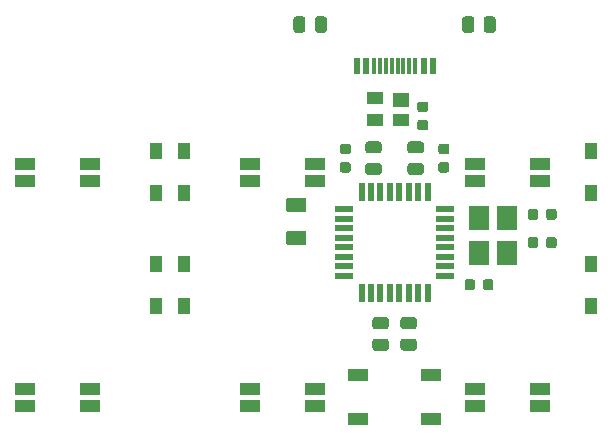
<source format=gbr>
%TF.GenerationSoftware,KiCad,Pcbnew,(5.1.7)-1*%
%TF.CreationDate,2020-10-17T05:15:24-04:00*%
%TF.ProjectId,OreoOrtho,4f72656f-4f72-4746-986f-2e6b69636164,rev?*%
%TF.SameCoordinates,Original*%
%TF.FileFunction,Paste,Bot*%
%TF.FilePolarity,Positive*%
%FSLAX46Y46*%
G04 Gerber Fmt 4.6, Leading zero omitted, Abs format (unit mm)*
G04 Created by KiCad (PCBNEW (5.1.7)-1) date 2020-10-17 05:15:24*
%MOMM*%
%LPD*%
G01*
G04 APERTURE LIST*
%ADD10R,0.600000X1.450000*%
%ADD11R,0.300000X1.450000*%
%ADD12R,1.700000X1.000000*%
%ADD13R,1.000000X1.400000*%
%ADD14R,1.800000X2.100000*%
%ADD15R,0.550000X1.600000*%
%ADD16R,1.600000X0.550000*%
%ADD17R,1.800000X1.100000*%
%ADD18R,1.400000X1.000000*%
%ADD19R,1.400000X1.200000*%
G04 APERTURE END LIST*
D10*
%TO.C,USB1*%
X146100000Y-52938800D03*
X139650000Y-52938800D03*
X145325000Y-52938800D03*
X140425000Y-52938800D03*
D11*
X141125000Y-52938800D03*
X144625000Y-52938800D03*
X141625000Y-52938800D03*
X144125000Y-52938800D03*
X142125000Y-52938800D03*
X143625000Y-52938800D03*
X143125000Y-52938800D03*
X142625000Y-52938800D03*
%TD*%
D12*
%TO.C,LED2*%
X130600000Y-62612500D03*
X130600000Y-61212500D03*
X136100000Y-62612500D03*
X136100000Y-61212500D03*
%TD*%
D13*
%TO.C,D1*%
X122634000Y-60137400D03*
X122634000Y-63687400D03*
%TD*%
%TO.C,D6*%
X159544000Y-69662500D03*
X159544000Y-73212500D03*
%TD*%
%TO.C,D5*%
X125016000Y-69662400D03*
X125016000Y-73212400D03*
%TD*%
%TO.C,D4*%
X122634000Y-69662500D03*
X122634000Y-73212500D03*
%TD*%
%TO.C,D3*%
X159544000Y-60137500D03*
X159544000Y-63687500D03*
%TD*%
%TO.C,D2*%
X125016000Y-60137400D03*
X125016000Y-63687400D03*
%TD*%
D14*
%TO.C,Y1*%
X150059000Y-65820300D03*
X150059000Y-68720300D03*
X152359000Y-68720300D03*
X152359000Y-65820300D03*
%TD*%
D15*
%TO.C,U1*%
X145675000Y-63615600D03*
X144875000Y-63615600D03*
X144075000Y-63615600D03*
X143275000Y-63615600D03*
X142475000Y-63615600D03*
X141675000Y-63615600D03*
X140875000Y-63615600D03*
X140075000Y-63615600D03*
D16*
X138625000Y-65065600D03*
X138625000Y-65865600D03*
X138625000Y-66665600D03*
X138625000Y-67465600D03*
X138625000Y-68265600D03*
X138625000Y-69065600D03*
X138625000Y-69865600D03*
X138625000Y-70665600D03*
D15*
X140075000Y-72115600D03*
X140875000Y-72115600D03*
X141675000Y-72115600D03*
X142475000Y-72115600D03*
X143275000Y-72115600D03*
X144075000Y-72115600D03*
X144875000Y-72115600D03*
X145675000Y-72115600D03*
D16*
X147125000Y-70665600D03*
X147125000Y-69865600D03*
X147125000Y-69065600D03*
X147125000Y-68265600D03*
X147125000Y-67465600D03*
X147125000Y-66665600D03*
X147125000Y-65865600D03*
X147125000Y-65065600D03*
%TD*%
D17*
%TO.C,RST_SW1*%
X145975000Y-82812400D03*
X139775000Y-79112400D03*
X145975000Y-79112400D03*
X139775000Y-82812400D03*
%TD*%
%TO.C,R6*%
G36*
G01*
X150419000Y-49860901D02*
X150419000Y-48960899D01*
G75*
G02*
X150668999Y-48710900I249999J0D01*
G01*
X151194001Y-48710900D01*
G75*
G02*
X151444000Y-48960899I0J-249999D01*
G01*
X151444000Y-49860901D01*
G75*
G02*
X151194001Y-50110900I-249999J0D01*
G01*
X150668999Y-50110900D01*
G75*
G02*
X150419000Y-49860901I0J249999D01*
G01*
G37*
G36*
G01*
X148594000Y-49860901D02*
X148594000Y-48960899D01*
G75*
G02*
X148843999Y-48710900I249999J0D01*
G01*
X149369001Y-48710900D01*
G75*
G02*
X149619000Y-48960899I0J-249999D01*
G01*
X149619000Y-49860901D01*
G75*
G02*
X149369001Y-50110900I-249999J0D01*
G01*
X148843999Y-50110900D01*
G75*
G02*
X148594000Y-49860901I0J249999D01*
G01*
G37*
%TD*%
%TO.C,R5*%
G36*
G01*
X145111001Y-60321900D02*
X144210999Y-60321900D01*
G75*
G02*
X143961000Y-60071901I0J249999D01*
G01*
X143961000Y-59546899D01*
G75*
G02*
X144210999Y-59296900I249999J0D01*
G01*
X145111001Y-59296900D01*
G75*
G02*
X145361000Y-59546899I0J-249999D01*
G01*
X145361000Y-60071901D01*
G75*
G02*
X145111001Y-60321900I-249999J0D01*
G01*
G37*
G36*
G01*
X145111001Y-62146900D02*
X144210999Y-62146900D01*
G75*
G02*
X143961000Y-61896901I0J249999D01*
G01*
X143961000Y-61371899D01*
G75*
G02*
X144210999Y-61121900I249999J0D01*
G01*
X145111001Y-61121900D01*
G75*
G02*
X145361000Y-61371899I0J-249999D01*
G01*
X145361000Y-61896901D01*
G75*
G02*
X145111001Y-62146900I-249999J0D01*
G01*
G37*
%TD*%
%TO.C,R4*%
G36*
G01*
X140638999Y-61121900D02*
X141539001Y-61121900D01*
G75*
G02*
X141789000Y-61371899I0J-249999D01*
G01*
X141789000Y-61896901D01*
G75*
G02*
X141539001Y-62146900I-249999J0D01*
G01*
X140638999Y-62146900D01*
G75*
G02*
X140389000Y-61896901I0J249999D01*
G01*
X140389000Y-61371899D01*
G75*
G02*
X140638999Y-61121900I249999J0D01*
G01*
G37*
G36*
G01*
X140638999Y-59296900D02*
X141539001Y-59296900D01*
G75*
G02*
X141789000Y-59546899I0J-249999D01*
G01*
X141789000Y-60071901D01*
G75*
G02*
X141539001Y-60321900I-249999J0D01*
G01*
X140638999Y-60321900D01*
G75*
G02*
X140389000Y-60071901I0J249999D01*
G01*
X140389000Y-59546899D01*
G75*
G02*
X140638999Y-59296900I249999J0D01*
G01*
G37*
%TD*%
%TO.C,R3*%
G36*
G01*
X135331000Y-48960899D02*
X135331000Y-49860901D01*
G75*
G02*
X135081001Y-50110900I-249999J0D01*
G01*
X134555999Y-50110900D01*
G75*
G02*
X134306000Y-49860901I0J249999D01*
G01*
X134306000Y-48960899D01*
G75*
G02*
X134555999Y-48710900I249999J0D01*
G01*
X135081001Y-48710900D01*
G75*
G02*
X135331000Y-48960899I0J-249999D01*
G01*
G37*
G36*
G01*
X137156000Y-48960899D02*
X137156000Y-49860901D01*
G75*
G02*
X136906001Y-50110900I-249999J0D01*
G01*
X136380999Y-50110900D01*
G75*
G02*
X136131000Y-49860901I0J249999D01*
G01*
X136131000Y-48960899D01*
G75*
G02*
X136380999Y-48710900I249999J0D01*
G01*
X136906001Y-48710900D01*
G75*
G02*
X137156000Y-48960899I0J-249999D01*
G01*
G37*
%TD*%
%TO.C,R2*%
G36*
G01*
X141233999Y-76004600D02*
X142134001Y-76004600D01*
G75*
G02*
X142384000Y-76254599I0J-249999D01*
G01*
X142384000Y-76779601D01*
G75*
G02*
X142134001Y-77029600I-249999J0D01*
G01*
X141233999Y-77029600D01*
G75*
G02*
X140984000Y-76779601I0J249999D01*
G01*
X140984000Y-76254599D01*
G75*
G02*
X141233999Y-76004600I249999J0D01*
G01*
G37*
G36*
G01*
X141233999Y-74179600D02*
X142134001Y-74179600D01*
G75*
G02*
X142384000Y-74429599I0J-249999D01*
G01*
X142384000Y-74954601D01*
G75*
G02*
X142134001Y-75204600I-249999J0D01*
G01*
X141233999Y-75204600D01*
G75*
G02*
X140984000Y-74954601I0J249999D01*
G01*
X140984000Y-74429599D01*
G75*
G02*
X141233999Y-74179600I249999J0D01*
G01*
G37*
%TD*%
%TO.C,R1*%
G36*
G01*
X144516001Y-75204600D02*
X143615999Y-75204600D01*
G75*
G02*
X143366000Y-74954601I0J249999D01*
G01*
X143366000Y-74429599D01*
G75*
G02*
X143615999Y-74179600I249999J0D01*
G01*
X144516001Y-74179600D01*
G75*
G02*
X144766000Y-74429599I0J-249999D01*
G01*
X144766000Y-74954601D01*
G75*
G02*
X144516001Y-75204600I-249999J0D01*
G01*
G37*
G36*
G01*
X144516001Y-77029600D02*
X143615999Y-77029600D01*
G75*
G02*
X143366000Y-76779601I0J249999D01*
G01*
X143366000Y-76254599D01*
G75*
G02*
X143615999Y-76004600I249999J0D01*
G01*
X144516001Y-76004600D01*
G75*
G02*
X144766000Y-76254599I0J-249999D01*
G01*
X144766000Y-76779601D01*
G75*
G02*
X144516001Y-77029600I-249999J0D01*
G01*
G37*
%TD*%
D12*
%TO.C,LED6*%
X111550000Y-81662500D03*
X111550000Y-80262500D03*
X117050000Y-81662500D03*
X117050000Y-80262500D03*
%TD*%
%TO.C,LED5*%
X130600000Y-81662500D03*
X130600000Y-80262500D03*
X136100000Y-81662500D03*
X136100000Y-80262500D03*
%TD*%
%TO.C,LED4*%
X149650000Y-81662500D03*
X149650000Y-80262500D03*
X155150000Y-81662500D03*
X155150000Y-80262500D03*
%TD*%
%TO.C,LED3*%
X149650000Y-62612500D03*
X149650000Y-61212500D03*
X155150000Y-62612500D03*
X155150000Y-61212500D03*
%TD*%
%TO.C,LED1*%
X111550000Y-62612500D03*
X111550000Y-61212500D03*
X117050000Y-62612500D03*
X117050000Y-61212500D03*
%TD*%
%TO.C,F1*%
G36*
G01*
X135166000Y-65304600D02*
X133916000Y-65304600D01*
G75*
G02*
X133666000Y-65054600I0J250000D01*
G01*
X133666000Y-64304600D01*
G75*
G02*
X133916000Y-64054600I250000J0D01*
G01*
X135166000Y-64054600D01*
G75*
G02*
X135416000Y-64304600I0J-250000D01*
G01*
X135416000Y-65054600D01*
G75*
G02*
X135166000Y-65304600I-250000J0D01*
G01*
G37*
G36*
G01*
X135166000Y-68104600D02*
X133916000Y-68104600D01*
G75*
G02*
X133666000Y-67854600I0J250000D01*
G01*
X133666000Y-67104600D01*
G75*
G02*
X133916000Y-66854600I250000J0D01*
G01*
X135166000Y-66854600D01*
G75*
G02*
X135416000Y-67104600I0J-250000D01*
G01*
X135416000Y-67854600D01*
G75*
G02*
X135166000Y-68104600I-250000J0D01*
G01*
G37*
%TD*%
D18*
%TO.C,U2*%
X141180000Y-55604600D03*
X141180000Y-57504600D03*
X143380000Y-57504600D03*
D19*
X143380000Y-55784600D03*
%TD*%
%TO.C,C6*%
G36*
G01*
X149694000Y-71187400D02*
X149694000Y-71687400D01*
G75*
G02*
X149469000Y-71912400I-225000J0D01*
G01*
X149019000Y-71912400D01*
G75*
G02*
X148794000Y-71687400I0J225000D01*
G01*
X148794000Y-71187400D01*
G75*
G02*
X149019000Y-70962400I225000J0D01*
G01*
X149469000Y-70962400D01*
G75*
G02*
X149694000Y-71187400I0J-225000D01*
G01*
G37*
G36*
G01*
X151244000Y-71187400D02*
X151244000Y-71687400D01*
G75*
G02*
X151019000Y-71912400I-225000J0D01*
G01*
X150569000Y-71912400D01*
G75*
G02*
X150344000Y-71687400I0J225000D01*
G01*
X150344000Y-71187400D01*
G75*
G02*
X150569000Y-70962400I225000J0D01*
G01*
X151019000Y-70962400D01*
G75*
G02*
X151244000Y-71187400I0J-225000D01*
G01*
G37*
%TD*%
%TO.C,C5*%
G36*
G01*
X146792000Y-61046900D02*
X147292000Y-61046900D01*
G75*
G02*
X147517000Y-61271900I0J-225000D01*
G01*
X147517000Y-61721900D01*
G75*
G02*
X147292000Y-61946900I-225000J0D01*
G01*
X146792000Y-61946900D01*
G75*
G02*
X146567000Y-61721900I0J225000D01*
G01*
X146567000Y-61271900D01*
G75*
G02*
X146792000Y-61046900I225000J0D01*
G01*
G37*
G36*
G01*
X146792000Y-59496900D02*
X147292000Y-59496900D01*
G75*
G02*
X147517000Y-59721900I0J-225000D01*
G01*
X147517000Y-60171900D01*
G75*
G02*
X147292000Y-60396900I-225000J0D01*
G01*
X146792000Y-60396900D01*
G75*
G02*
X146567000Y-60171900I0J225000D01*
G01*
X146567000Y-59721900D01*
G75*
G02*
X146792000Y-59496900I225000J0D01*
G01*
G37*
%TD*%
%TO.C,C4*%
G36*
G01*
X145006000Y-57475000D02*
X145506000Y-57475000D01*
G75*
G02*
X145731000Y-57700000I0J-225000D01*
G01*
X145731000Y-58150000D01*
G75*
G02*
X145506000Y-58375000I-225000J0D01*
G01*
X145006000Y-58375000D01*
G75*
G02*
X144781000Y-58150000I0J225000D01*
G01*
X144781000Y-57700000D01*
G75*
G02*
X145006000Y-57475000I225000J0D01*
G01*
G37*
G36*
G01*
X145006000Y-55925000D02*
X145506000Y-55925000D01*
G75*
G02*
X145731000Y-56150000I0J-225000D01*
G01*
X145731000Y-56600000D01*
G75*
G02*
X145506000Y-56825000I-225000J0D01*
G01*
X145006000Y-56825000D01*
G75*
G02*
X144781000Y-56600000I0J225000D01*
G01*
X144781000Y-56150000D01*
G75*
G02*
X145006000Y-55925000I225000J0D01*
G01*
G37*
%TD*%
%TO.C,C3*%
G36*
G01*
X138458000Y-61046900D02*
X138958000Y-61046900D01*
G75*
G02*
X139183000Y-61271900I0J-225000D01*
G01*
X139183000Y-61721900D01*
G75*
G02*
X138958000Y-61946900I-225000J0D01*
G01*
X138458000Y-61946900D01*
G75*
G02*
X138233000Y-61721900I0J225000D01*
G01*
X138233000Y-61271900D01*
G75*
G02*
X138458000Y-61046900I225000J0D01*
G01*
G37*
G36*
G01*
X138458000Y-59496900D02*
X138958000Y-59496900D01*
G75*
G02*
X139183000Y-59721900I0J-225000D01*
G01*
X139183000Y-60171900D01*
G75*
G02*
X138958000Y-60396900I-225000J0D01*
G01*
X138458000Y-60396900D01*
G75*
G02*
X138233000Y-60171900I0J225000D01*
G01*
X138233000Y-59721900D01*
G75*
G02*
X138458000Y-59496900I225000J0D01*
G01*
G37*
%TD*%
%TO.C,C2*%
G36*
G01*
X155051000Y-67615600D02*
X155051000Y-68115600D01*
G75*
G02*
X154826000Y-68340600I-225000J0D01*
G01*
X154376000Y-68340600D01*
G75*
G02*
X154151000Y-68115600I0J225000D01*
G01*
X154151000Y-67615600D01*
G75*
G02*
X154376000Y-67390600I225000J0D01*
G01*
X154826000Y-67390600D01*
G75*
G02*
X155051000Y-67615600I0J-225000D01*
G01*
G37*
G36*
G01*
X156601000Y-67615600D02*
X156601000Y-68115600D01*
G75*
G02*
X156376000Y-68340600I-225000J0D01*
G01*
X155926000Y-68340600D01*
G75*
G02*
X155701000Y-68115600I0J225000D01*
G01*
X155701000Y-67615600D01*
G75*
G02*
X155926000Y-67390600I225000J0D01*
G01*
X156376000Y-67390600D01*
G75*
G02*
X156601000Y-67615600I0J-225000D01*
G01*
G37*
%TD*%
%TO.C,C1*%
G36*
G01*
X155051000Y-65234300D02*
X155051000Y-65734300D01*
G75*
G02*
X154826000Y-65959300I-225000J0D01*
G01*
X154376000Y-65959300D01*
G75*
G02*
X154151000Y-65734300I0J225000D01*
G01*
X154151000Y-65234300D01*
G75*
G02*
X154376000Y-65009300I225000J0D01*
G01*
X154826000Y-65009300D01*
G75*
G02*
X155051000Y-65234300I0J-225000D01*
G01*
G37*
G36*
G01*
X156601000Y-65234300D02*
X156601000Y-65734300D01*
G75*
G02*
X156376000Y-65959300I-225000J0D01*
G01*
X155926000Y-65959300D01*
G75*
G02*
X155701000Y-65734300I0J225000D01*
G01*
X155701000Y-65234300D01*
G75*
G02*
X155926000Y-65009300I225000J0D01*
G01*
X156376000Y-65009300D01*
G75*
G02*
X156601000Y-65234300I0J-225000D01*
G01*
G37*
%TD*%
M02*

</source>
